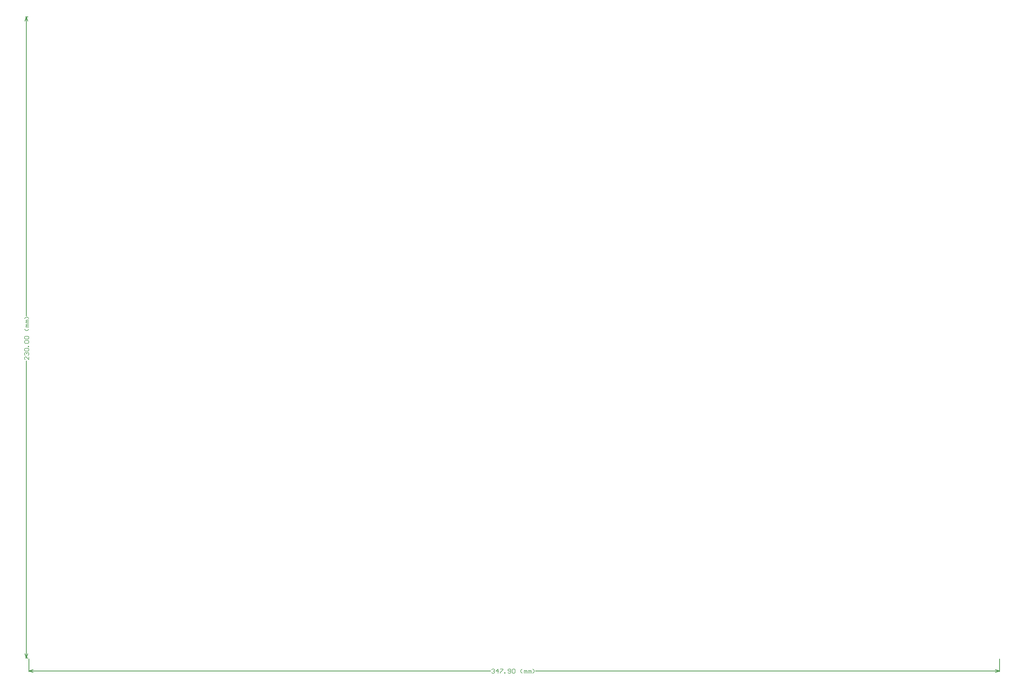
<source format=gm1>
%FSLAX25Y25*%
%MOIN*%
G70*
G01*
G75*
G04 Layer_Color=16711935*
%ADD10R,0.05512X0.05906*%
%ADD11R,0.05512X0.04331*%
%ADD12R,0.05709X0.02165*%
%ADD13R,0.05709X0.02165*%
%ADD14R,0.04331X0.06693*%
%ADD15R,0.08661X0.07874*%
%ADD16C,0.00500*%
%ADD17C,0.01181*%
%ADD18C,0.01969*%
%ADD19C,0.04724*%
%ADD20R,0.04724X0.04724*%
%ADD21R,0.05906X0.05906*%
%ADD22C,0.05906*%
%ADD23C,0.12992*%
%ADD24C,0.11811*%
%ADD25R,0.06378X0.06378*%
%ADD26C,0.06378*%
%ADD27C,0.08425*%
%ADD28C,0.21654*%
%ADD29C,0.02362*%
%ADD30C,0.03937*%
%ADD31O,0.08661X0.02362*%
%ADD32R,0.04331X0.05512*%
%ADD33C,0.00787*%
%ADD34C,0.00394*%
%ADD35C,0.00098*%
%ADD36C,0.00984*%
%ADD37C,0.01000*%
%ADD38C,0.00098*%
%ADD39C,0.00800*%
%ADD40C,0.00591*%
%ADD41R,0.06312X0.06706*%
%ADD42R,0.06312X0.05131*%
%ADD43R,0.06509X0.02965*%
%ADD44R,0.06509X0.02965*%
%ADD45R,0.05131X0.07493*%
%ADD46R,0.09461X0.08674*%
%ADD47C,0.05524*%
%ADD48R,0.05524X0.05524*%
%ADD49R,0.06706X0.06706*%
%ADD50C,0.06706*%
%ADD51C,0.13792*%
%ADD52C,0.12611*%
%ADD53R,0.07178X0.07178*%
%ADD54C,0.07178*%
%ADD55C,0.09225*%
%ADD56C,0.22453*%
%ADD57C,0.03162*%
%ADD58C,0.04737*%
%ADD59O,0.09461X0.03162*%
%ADD60R,0.05131X0.06312*%
%ADD61C,0.00600*%
D37*
X159000Y1196850D02*
X162110D01*
X159000Y291339D02*
X162110D01*
X160000Y774085D02*
Y1196850D01*
Y291339D02*
Y710904D01*
X158000Y1190850D02*
X160000Y1196850D01*
X162000Y1190850D01*
X160000Y291339D02*
X162000Y297339D01*
X158000D02*
X160000Y291339D01*
X1533386Y272000D02*
Y289748D01*
X163701Y272000D02*
Y289748D01*
X878534Y273000D02*
X1533386D01*
X163701D02*
X815353D01*
X1527386Y275000D02*
X1533386Y273000D01*
X1527386Y271000D02*
X1533386Y273000D01*
X163701D02*
X169701Y271000D01*
X163701Y273000D02*
X169701Y275000D01*
D61*
X163599Y716503D02*
Y712504D01*
X159600Y716503D01*
X158601D01*
X157601Y715503D01*
Y713504D01*
X158601Y712504D01*
Y718502D02*
X157601Y719502D01*
Y721501D01*
X158601Y722501D01*
X159600D01*
X160600Y721501D01*
Y720502D01*
Y721501D01*
X161600Y722501D01*
X162599D01*
X163599Y721501D01*
Y719502D01*
X162599Y718502D01*
X158601Y724500D02*
X157601Y725500D01*
Y727499D01*
X158601Y728499D01*
X162599D01*
X163599Y727499D01*
Y725500D01*
X162599Y724500D01*
X158601D01*
X163599Y730498D02*
X162599D01*
Y731498D01*
X163599D01*
Y730498D01*
X158601Y735497D02*
X157601Y736496D01*
Y738496D01*
X158601Y739496D01*
X162599D01*
X163599Y738496D01*
Y736496D01*
X162599Y735497D01*
X158601D01*
Y741495D02*
X157601Y742494D01*
Y744494D01*
X158601Y745494D01*
X162599D01*
X163599Y744494D01*
Y742494D01*
X162599Y741495D01*
X158601D01*
X163599Y755490D02*
X161600Y753491D01*
X159600D01*
X157601Y755490D01*
X163599Y758489D02*
X159600D01*
Y759489D01*
X160600Y760489D01*
X163599D01*
X160600D01*
X159600Y761488D01*
X160600Y762488D01*
X163599D01*
Y764487D02*
X159600D01*
Y765487D01*
X160600Y766487D01*
X163599D01*
X160600D01*
X159600Y767486D01*
X160600Y768486D01*
X163599D01*
Y770485D02*
X161600Y772485D01*
X159600D01*
X157601Y770485D01*
X816953Y274399D02*
X817953Y275399D01*
X819952D01*
X820952Y274399D01*
Y273400D01*
X819952Y272400D01*
X818952D01*
X819952D01*
X820952Y271400D01*
Y270401D01*
X819952Y269401D01*
X817953D01*
X816953Y270401D01*
X825950Y269401D02*
Y275399D01*
X822951Y272400D01*
X826950D01*
X828949Y275399D02*
X832948D01*
Y274399D01*
X828949Y270401D01*
Y269401D01*
X834947D02*
Y270401D01*
X835947D01*
Y269401D01*
X834947D01*
X839946Y270401D02*
X840945Y269401D01*
X842945D01*
X843944Y270401D01*
Y274399D01*
X842945Y275399D01*
X840945D01*
X839946Y274399D01*
Y273400D01*
X840945Y272400D01*
X843944D01*
X845944Y274399D02*
X846943Y275399D01*
X848943D01*
X849942Y274399D01*
Y270401D01*
X848943Y269401D01*
X846943D01*
X845944Y270401D01*
Y274399D01*
X859939Y269401D02*
X857940Y271400D01*
Y273400D01*
X859939Y275399D01*
X862938Y269401D02*
Y273400D01*
X863938D01*
X864937Y272400D01*
Y269401D01*
Y272400D01*
X865937Y273400D01*
X866937Y272400D01*
Y269401D01*
X868936D02*
Y273400D01*
X869936D01*
X870936Y272400D01*
Y269401D01*
Y272400D01*
X871935Y273400D01*
X872935Y272400D01*
Y269401D01*
X874934D02*
X876934Y271400D01*
Y273400D01*
X874934Y275399D01*
M02*

</source>
